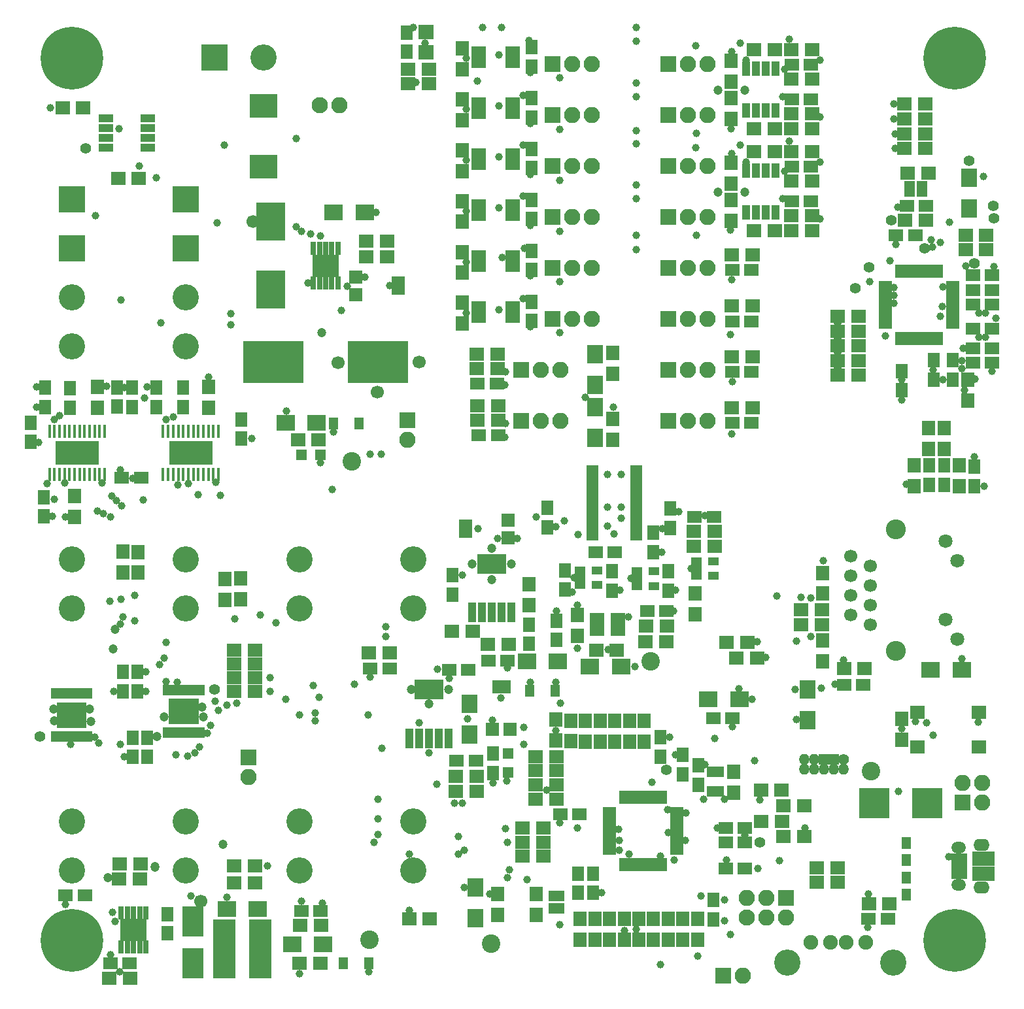
<source format=gts>
G04 #@! TF.GenerationSoftware,KiCad,Pcbnew,(5.0.0)*
G04 #@! TF.CreationDate,2018-10-14T16:13:10-02:30*
G04 #@! TF.ProjectId,node,6E6F64652E6B696361645F7063620000,rev?*
G04 #@! TF.SameCoordinates,Original*
G04 #@! TF.FileFunction,Soldermask,Top*
G04 #@! TF.FilePolarity,Negative*
%FSLAX46Y46*%
G04 Gerber Fmt 4.6, Leading zero omitted, Abs format (unit mm)*
G04 Created by KiCad (PCBNEW (5.0.0)) date 10/14/18 16:13:10*
%MOMM*%
%LPD*%
G01*
G04 APERTURE LIST*
%ADD10C,3.400000*%
%ADD11R,2.100000X2.100000*%
%ADD12O,2.100000X2.100000*%
%ADD13R,1.650000X1.900000*%
%ADD14R,1.900000X1.650000*%
%ADD15R,1.900000X1.700000*%
%ADD16R,1.000000X1.950000*%
%ADD17R,1.700000X1.900000*%
%ADD18R,1.850000X0.850000*%
%ADD19R,2.400000X2.000000*%
%ADD20R,3.700000X4.900000*%
%ADD21R,2.400000X2.100000*%
%ADD22R,1.300000X1.600000*%
%ADD23R,1.400000X1.400000*%
%ADD24R,2.100000X2.400000*%
%ADD25R,3.900000X3.900000*%
%ADD26C,2.100000*%
%ADD27R,2.050000X0.800000*%
%ADD28O,1.900000X1.500000*%
%ADD29O,2.100000X1.600000*%
%ADD30R,2.900000X1.830000*%
%ADD31R,7.900000X5.400000*%
%ADD32R,3.600000X3.100000*%
%ADD33R,0.650000X1.700000*%
%ADD34R,1.700000X0.650000*%
%ADD35R,0.900000X0.900000*%
%ADD36R,3.400000X3.000000*%
%ADD37R,0.750000X1.750000*%
%ADD38R,1.000000X2.600000*%
%ADD39R,3.850000X2.550000*%
%ADD40R,1.460000X1.050000*%
%ADD41R,1.960000X1.050000*%
%ADD42R,0.850000X1.450000*%
%ADD43R,1.295000X1.870000*%
%ADD44R,0.800000X1.900000*%
%ADD45C,1.400000*%
%ADD46O,1.400000X1.400000*%
%ADD47R,1.700000X1.700000*%
%ADD48R,1.700000X2.400000*%
%ADD49R,1.400000X1.100000*%
%ADD50R,2.200000X1.400000*%
%ADD51R,1.100000X1.400000*%
%ADD52C,8.100000*%
%ADD53C,1.100000*%
%ADD54R,3.400000X3.400000*%
%ADD55R,0.440000X1.740000*%
%ADD56R,5.660000X3.150000*%
%ADD57R,1.500000X0.700000*%
%ADD58C,1.700000*%
%ADD59C,2.584400*%
%ADD60C,1.808000*%
%ADD61R,3.000000X7.700000*%
%ADD62R,2.700000X3.900000*%
%ADD63R,2.400000X1.700000*%
%ADD64R,1.950000X1.700000*%
%ADD65R,1.950000X1.000000*%
%ADD66C,1.901140*%
%ADD67C,3.399740*%
%ADD68C,2.400000*%
%ADD69C,1.000000*%
%ADD70C,1.200000*%
G04 APERTURE END LIST*
D10*
G04 #@! TO.C,J1502*
X35770000Y-71325000D03*
X35770000Y-77675000D03*
G04 #@! TD*
G04 #@! TO.C,J1507*
X35770000Y-105295000D03*
X35770000Y-111645000D03*
G04 #@! TD*
D11*
G04 #@! TO.C,J303*
X90683080Y-125227080D03*
D12*
X93223080Y-125227080D03*
G04 #@! TD*
D10*
G04 #@! TO.C,J1506*
X21040000Y-105295000D03*
X21040000Y-111645000D03*
G04 #@! TD*
D13*
G04 #@! TO.C,C904*
X83800000Y-67250000D03*
X83800000Y-64750000D03*
G04 #@! TD*
D14*
G04 #@! TO.C,C1003*
X102050000Y-20400000D03*
X99550000Y-20400000D03*
G04 #@! TD*
G04 #@! TO.C,C1004*
X102050000Y-24900000D03*
X99550000Y-24900000D03*
G04 #@! TD*
D15*
G04 #@! TO.C,R1015*
X99450000Y-18500000D03*
X102150000Y-18500000D03*
G04 #@! TD*
D16*
G04 #@! TO.C,U1002*
X97405000Y-20950000D03*
X96135000Y-20950000D03*
X94865000Y-20950000D03*
X93595000Y-20950000D03*
X93595000Y-26350000D03*
X94865000Y-26350000D03*
X96135000Y-26350000D03*
X97405000Y-26350000D03*
G04 #@! TD*
D15*
G04 #@! TO.C,R1020*
X97350000Y-28700000D03*
X94650000Y-28700000D03*
G04 #@! TD*
G04 #@! TO.C,R1024*
X102150000Y-26800000D03*
X99450000Y-26800000D03*
G04 #@! TD*
G04 #@! TO.C,R1019*
X97350000Y-18500000D03*
X94650000Y-18500000D03*
G04 #@! TD*
G04 #@! TO.C,R1023*
X102150000Y-22300000D03*
X99450000Y-22300000D03*
G04 #@! TD*
G04 #@! TO.C,R1016*
X99450000Y-28700000D03*
X102150000Y-28700000D03*
G04 #@! TD*
D11*
G04 #@! TO.C,J1004*
X83560000Y-26950000D03*
D12*
X86100000Y-26950000D03*
X88640000Y-26950000D03*
G04 #@! TD*
D11*
G04 #@! TO.C,J1003*
X83560000Y-20350000D03*
D12*
X86100000Y-20350000D03*
X88640000Y-20350000D03*
G04 #@! TD*
D17*
G04 #@! TO.C,R1004*
X91700000Y-24750000D03*
X91700000Y-27450000D03*
G04 #@! TD*
G04 #@! TO.C,R1003*
X91700000Y-22650000D03*
X91700000Y-19950000D03*
G04 #@! TD*
D13*
G04 #@! TO.C,C1802*
X65830000Y-40440000D03*
X65830000Y-37940000D03*
G04 #@! TD*
G04 #@! TO.C,C1709*
X65830000Y-33840000D03*
X65830000Y-31340000D03*
G04 #@! TD*
G04 #@! TO.C,C1602*
X65830000Y-27240000D03*
X65830000Y-24740000D03*
G04 #@! TD*
G04 #@! TO.C,C1519*
X65830000Y-20640000D03*
X65830000Y-18140000D03*
G04 #@! TD*
D17*
G04 #@! TO.C,R1804*
X56910000Y-38080000D03*
X56910000Y-40780000D03*
G04 #@! TD*
G04 #@! TO.C,R1706*
X56910000Y-31480000D03*
X56910000Y-34180000D03*
G04 #@! TD*
G04 #@! TO.C,R1604*
X56910000Y-24880000D03*
X56910000Y-27580000D03*
G04 #@! TD*
G04 #@! TO.C,R1513*
X56910000Y-18280000D03*
X56910000Y-20980000D03*
G04 #@! TD*
D18*
G04 #@! TO.C,U1801*
X63390000Y-40225000D03*
X63390000Y-39575000D03*
X63390000Y-38925000D03*
X63390000Y-38275000D03*
X58990000Y-38275000D03*
X58990000Y-38925000D03*
X58990000Y-39575000D03*
X58990000Y-40225000D03*
G04 #@! TD*
G04 #@! TO.C,U1702*
X63390000Y-33625000D03*
X63390000Y-32975000D03*
X63390000Y-32325000D03*
X63390000Y-31675000D03*
X58990000Y-31675000D03*
X58990000Y-32325000D03*
X58990000Y-32975000D03*
X58990000Y-33625000D03*
G04 #@! TD*
G04 #@! TO.C,U1601*
X63390000Y-27025000D03*
X63390000Y-26375000D03*
X63390000Y-25725000D03*
X63390000Y-25075000D03*
X58990000Y-25075000D03*
X58990000Y-25725000D03*
X58990000Y-26375000D03*
X58990000Y-27025000D03*
G04 #@! TD*
G04 #@! TO.C,U1508*
X63390000Y-20425000D03*
X63390000Y-19775000D03*
X63390000Y-19125000D03*
X63390000Y-18475000D03*
X58990000Y-18475000D03*
X58990000Y-19125000D03*
X58990000Y-19775000D03*
X58990000Y-20425000D03*
G04 #@! TD*
D11*
G04 #@! TO.C,J1206*
X68590000Y-40150000D03*
D12*
X71130000Y-40150000D03*
X73670000Y-40150000D03*
G04 #@! TD*
D11*
G04 #@! TO.C,J1205*
X68590000Y-33550000D03*
D12*
X71130000Y-33550000D03*
X73670000Y-33550000D03*
G04 #@! TD*
D11*
G04 #@! TO.C,J1204*
X68590000Y-26950000D03*
D12*
X71130000Y-26950000D03*
X73670000Y-26950000D03*
G04 #@! TD*
D11*
G04 #@! TO.C,J1203*
X68590000Y-20350000D03*
D12*
X71130000Y-20350000D03*
X73670000Y-20350000D03*
G04 #@! TD*
D18*
G04 #@! TO.C,U1401*
X63390000Y-13825000D03*
X63390000Y-13175000D03*
X63390000Y-12525000D03*
X63390000Y-11875000D03*
X58990000Y-11875000D03*
X58990000Y-12525000D03*
X58990000Y-13175000D03*
X58990000Y-13825000D03*
G04 #@! TD*
D17*
G04 #@! TO.C,R1404*
X56910000Y-11680000D03*
X56910000Y-14380000D03*
G04 #@! TD*
D11*
G04 #@! TO.C,J1202*
X68590000Y-13750000D03*
D12*
X71130000Y-13750000D03*
X73670000Y-13750000D03*
G04 #@! TD*
D13*
G04 #@! TO.C,C1402*
X65830000Y-14040000D03*
X65830000Y-11540000D03*
G04 #@! TD*
D14*
G04 #@! TO.C,C211*
X123000000Y-38300000D03*
X125500000Y-38300000D03*
G04 #@! TD*
G04 #@! TO.C,C202*
X113050000Y-29350000D03*
X115550000Y-29350000D03*
G04 #@! TD*
G04 #@! TO.C,C203*
X114450000Y-25550000D03*
X116950000Y-25550000D03*
G04 #@! TD*
G04 #@! TO.C,C205*
X108800000Y-87550000D03*
X106300000Y-87550000D03*
G04 #@! TD*
D13*
G04 #@! TO.C,C207*
X117350000Y-59150000D03*
X117350000Y-61650000D03*
G04 #@! TD*
G04 #@! TO.C,C208*
X119250000Y-59150000D03*
X119250000Y-61650000D03*
G04 #@! TD*
G04 #@! TO.C,C209*
X123200000Y-61800000D03*
X123200000Y-59300000D03*
G04 #@! TD*
D14*
G04 #@! TO.C,C210*
X123000000Y-34500000D03*
X125500000Y-34500000D03*
G04 #@! TD*
D13*
G04 #@! TO.C,C218*
X120350000Y-45500000D03*
X120350000Y-48000000D03*
G04 #@! TD*
D14*
G04 #@! TO.C,C219*
X123000000Y-36400000D03*
X125500000Y-36400000D03*
G04 #@! TD*
G04 #@! TO.C,C220*
X123000000Y-41400000D03*
X125500000Y-41400000D03*
G04 #@! TD*
G04 #@! TO.C,C221*
X123000000Y-43950000D03*
X125500000Y-43950000D03*
G04 #@! TD*
D13*
G04 #@! TO.C,C222*
X117900000Y-45500000D03*
X117900000Y-48000000D03*
G04 #@! TD*
G04 #@! TO.C,C223*
X113800000Y-46900000D03*
X113800000Y-49400000D03*
G04 #@! TD*
D14*
G04 #@! TO.C,C224*
X123000000Y-45800000D03*
X125500000Y-45800000D03*
G04 #@! TD*
D19*
G04 #@! TO.C,C401*
X40250000Y-26350000D03*
X44250000Y-26350000D03*
G04 #@! TD*
D14*
G04 #@! TO.C,C503*
X8000000Y-114850000D03*
X5500000Y-114850000D03*
G04 #@! TD*
G04 #@! TO.C,C504*
X13800000Y-123650000D03*
X11300000Y-123650000D03*
G04 #@! TD*
D13*
G04 #@! TO.C,C506*
X18729960Y-119771480D03*
X18729960Y-117271480D03*
G04 #@! TD*
D19*
G04 #@! TO.C,C507*
X30400000Y-116650000D03*
X26400000Y-116650000D03*
G04 #@! TD*
D13*
G04 #@! TO.C,C601*
X55631080Y-75875200D03*
X55631080Y-73375200D03*
G04 #@! TD*
G04 #@! TO.C,C602*
X65506600Y-82255680D03*
X65506600Y-79755680D03*
G04 #@! TD*
D14*
G04 #@! TO.C,C603*
X60243400Y-84399120D03*
X62743400Y-84399120D03*
G04 #@! TD*
D13*
G04 #@! TO.C,C604*
X69088000Y-81768000D03*
X69088000Y-79268000D03*
G04 #@! TD*
D14*
G04 #@! TO.C,C701*
X47462760Y-85468460D03*
X44962760Y-85468460D03*
G04 #@! TD*
G04 #@! TO.C,C702*
X56133680Y-97353120D03*
X58633680Y-97353120D03*
G04 #@! TD*
G04 #@! TO.C,C703*
X57688800Y-85580220D03*
X55188800Y-85580220D03*
G04 #@! TD*
D13*
G04 #@! TO.C,C704*
X60838080Y-96489200D03*
X60838080Y-98989200D03*
G04 #@! TD*
D14*
G04 #@! TO.C,C901*
X74150000Y-70400000D03*
X76650000Y-70400000D03*
G04 #@! TD*
D13*
G04 #@! TO.C,C902*
X81600000Y-67850000D03*
X81600000Y-70350000D03*
G04 #@! TD*
G04 #@! TO.C,C903*
X67871680Y-64623000D03*
X67871680Y-67123000D03*
G04 #@! TD*
D14*
G04 #@! TO.C,C905*
X86950000Y-65800000D03*
X89450000Y-65800000D03*
G04 #@! TD*
D13*
G04 #@! TO.C,C906*
X70215760Y-72747820D03*
X70215760Y-75247820D03*
G04 #@! TD*
D14*
G04 #@! TO.C,C907*
X80817840Y-77973000D03*
X83317840Y-77973000D03*
G04 #@! TD*
D13*
G04 #@! TO.C,C908*
X76300000Y-72850000D03*
X76300000Y-75350000D03*
G04 #@! TD*
G04 #@! TO.C,C909*
X83600000Y-75350000D03*
X83600000Y-72850000D03*
G04 #@! TD*
D14*
G04 #@! TO.C,C1001*
X102050000Y-7200000D03*
X99550000Y-7200000D03*
G04 #@! TD*
G04 #@! TO.C,C1002*
X102050000Y-11700000D03*
X99550000Y-11700000D03*
G04 #@! TD*
G04 #@! TO.C,C1101*
X58850000Y-48500000D03*
X61350000Y-48500000D03*
G04 #@! TD*
G04 #@! TO.C,C1102*
X59050000Y-55200000D03*
X61550000Y-55200000D03*
G04 #@! TD*
D13*
G04 #@! TO.C,C1201*
X49700000Y-3050000D03*
X49700000Y-5550000D03*
G04 #@! TD*
D14*
G04 #@! TO.C,C1301*
X94350000Y-33800000D03*
X91850000Y-33800000D03*
G04 #@! TD*
G04 #@! TO.C,C1302*
X94350000Y-40500000D03*
X91850000Y-40500000D03*
G04 #@! TD*
G04 #@! TO.C,C1303*
X94350000Y-47000000D03*
X91850000Y-47000000D03*
G04 #@! TD*
G04 #@! TO.C,C1304*
X94350000Y-53600000D03*
X91850000Y-53600000D03*
G04 #@! TD*
D13*
G04 #@! TO.C,C1306*
X65830000Y-7440000D03*
X65830000Y-4940000D03*
G04 #@! TD*
G04 #@! TO.C,C1502*
X14800000Y-88400000D03*
X14800000Y-85900000D03*
G04 #@! TD*
G04 #@! TO.C,C1503*
X12950000Y-88400000D03*
X12950000Y-85900000D03*
G04 #@! TD*
G04 #@! TO.C,C1505*
X14200000Y-94400000D03*
X14200000Y-96900000D03*
G04 #@! TD*
G04 #@! TO.C,C1506*
X16100000Y-94400000D03*
X16100000Y-96900000D03*
G04 #@! TD*
G04 #@! TO.C,C1507*
X17230000Y-49050000D03*
X17230000Y-51550000D03*
G04 #@! TD*
G04 #@! TO.C,C1508*
X14127480Y-49054700D03*
X14127480Y-51554700D03*
G04 #@! TD*
G04 #@! TO.C,C1509*
X2890000Y-49050000D03*
X2890000Y-51550000D03*
G04 #@! TD*
G04 #@! TO.C,C1510*
X1016000Y-56114000D03*
X1016000Y-53614000D03*
G04 #@! TD*
G04 #@! TO.C,C1511*
X20750000Y-51550000D03*
X20750000Y-49050000D03*
G04 #@! TD*
D14*
G04 #@! TO.C,C1512*
X12800000Y-60700000D03*
X15300000Y-60700000D03*
G04 #@! TD*
D13*
G04 #@! TO.C,C1513*
X28239720Y-55672040D03*
X28239720Y-53172040D03*
G04 #@! TD*
G04 #@! TO.C,C1514*
X6106160Y-51648680D03*
X6106160Y-49148680D03*
G04 #@! TD*
G04 #@! TO.C,C1515*
X2670000Y-65750000D03*
X2670000Y-63250000D03*
G04 #@! TD*
G04 #@! TO.C,C1516*
X12192000Y-49042000D03*
X12192000Y-51542000D03*
G04 #@! TD*
D14*
G04 #@! TO.C,C1707*
X93500000Y-107950000D03*
X91000000Y-107950000D03*
G04 #@! TD*
D20*
G04 #@! TO.C,D401*
X32100000Y-36350000D03*
X32100000Y-27550000D03*
G04 #@! TD*
D21*
G04 #@! TO.C,D402*
X38050000Y-53600000D03*
X34050000Y-53600000D03*
G04 #@! TD*
D22*
G04 #@! TO.C,D403*
X43550000Y-53700000D03*
X40250000Y-53700000D03*
G04 #@! TD*
D23*
G04 #@! TO.C,D404*
X36050000Y-57750000D03*
X38550000Y-57750000D03*
G04 #@! TD*
D21*
G04 #@! TO.C,D502*
X34900000Y-121200000D03*
X38900000Y-121200000D03*
G04 #@! TD*
D22*
G04 #@! TO.C,D503*
X41460960Y-123634760D03*
X44760960Y-123634760D03*
G04 #@! TD*
D21*
G04 #@! TO.C,D601*
X77438000Y-85217000D03*
X73438000Y-85217000D03*
G04 #@! TD*
D22*
G04 #@! TO.C,D602*
X68949840Y-88300560D03*
X65649840Y-88300560D03*
G04 #@! TD*
D24*
G04 #@! TO.C,D701*
X58552080Y-117824000D03*
X58552080Y-113824000D03*
G04 #@! TD*
D23*
G04 #@! TO.C,D702*
X62829440Y-96448560D03*
X62829440Y-98948560D03*
G04 #@! TD*
D24*
G04 #@! TO.C,F1101*
X74100000Y-48750000D03*
X74100000Y-44750000D03*
G04 #@! TD*
G04 #@! TO.C,F1102*
X74100000Y-51600000D03*
X74100000Y-55600000D03*
G04 #@! TD*
D25*
G04 #@! TO.C,F1601*
X110250000Y-102900000D03*
X117050000Y-102900000D03*
G04 #@! TD*
D26*
G04 #@! TO.C,J302*
X38410000Y-12450000D03*
D12*
X40950000Y-12450000D03*
G04 #@! TD*
D26*
G04 #@! TO.C,J1601*
X93726000Y-117729000D03*
D12*
X93726000Y-115189000D03*
X96266000Y-117729000D03*
X96266000Y-115189000D03*
X98806000Y-117729000D03*
D11*
X98806000Y-115189000D03*
G04 #@! TD*
D27*
G04 #@! TO.C,J1602*
X121270000Y-112380000D03*
X121270000Y-111730000D03*
X121270000Y-111080000D03*
X121270000Y-110430000D03*
X121270000Y-109780000D03*
D28*
X121150000Y-113500000D03*
X121150000Y-108660000D03*
D29*
X124150000Y-113810000D03*
X124150000Y-108350000D03*
D30*
X124390000Y-112040000D03*
X124390000Y-110120000D03*
G04 #@! TD*
D24*
G04 #@! TO.C,L201*
X101600000Y-92170000D03*
X101600000Y-88170000D03*
G04 #@! TD*
D31*
G04 #@! TO.C,L401*
X32450000Y-45775000D03*
X45950000Y-45775000D03*
G04 #@! TD*
D21*
G04 #@! TO.C,L601*
X65294760Y-84526120D03*
X69294760Y-84526120D03*
G04 #@! TD*
D24*
G04 #@! TO.C,L701*
X57807860Y-90006420D03*
X57807860Y-94006420D03*
G04 #@! TD*
D15*
G04 #@! TO.C,R202*
X116950000Y-27400000D03*
X114250000Y-27400000D03*
G04 #@! TD*
G04 #@! TO.C,R203*
X117250000Y-21250000D03*
X114550000Y-21250000D03*
G04 #@! TD*
G04 #@! TO.C,R204*
X109000000Y-85450000D03*
X106300000Y-85450000D03*
G04 #@! TD*
D17*
G04 #@! TO.C,R205*
X103550000Y-84550000D03*
X103550000Y-81850000D03*
G04 #@! TD*
G04 #@! TO.C,R206*
X103550000Y-73050000D03*
X103550000Y-75750000D03*
G04 #@! TD*
D15*
G04 #@! TO.C,R207*
X103450000Y-79750000D03*
X100750000Y-79750000D03*
G04 #@! TD*
G04 #@! TO.C,R208*
X103450000Y-77800000D03*
X100750000Y-77800000D03*
G04 #@! TD*
G04 #@! TO.C,R209*
X124750000Y-29300000D03*
X122050000Y-29300000D03*
G04 #@! TD*
G04 #@! TO.C,R210*
X92376000Y-84074000D03*
X95076000Y-84074000D03*
G04 #@! TD*
G04 #@! TO.C,R211*
X122050000Y-31200000D03*
X124750000Y-31200000D03*
G04 #@! TD*
D17*
G04 #@! TO.C,R212*
X115400000Y-59150000D03*
X115400000Y-61850000D03*
G04 #@! TD*
G04 #@! TO.C,R213*
X121250000Y-59150000D03*
X121250000Y-61850000D03*
G04 #@! TD*
D15*
G04 #@! TO.C,R214*
X116868000Y-18077000D03*
X114168000Y-18077000D03*
G04 #@! TD*
G04 #@! TO.C,R215*
X108192800Y-41743320D03*
X105492800Y-41743320D03*
G04 #@! TD*
G04 #@! TO.C,R216*
X116868000Y-16177000D03*
X114168000Y-16177000D03*
G04 #@! TD*
G04 #@! TO.C,R217*
X108192800Y-39843320D03*
X105492800Y-39843320D03*
G04 #@! TD*
G04 #@! TO.C,R218*
X116868000Y-14277000D03*
X114168000Y-14277000D03*
G04 #@! TD*
G04 #@! TO.C,R219*
X91106000Y-82042000D03*
X93806000Y-82042000D03*
G04 #@! TD*
D17*
G04 #@! TO.C,R220*
X119250000Y-57000000D03*
X119250000Y-54300000D03*
G04 #@! TD*
D15*
G04 #@! TO.C,R221*
X114168000Y-12327000D03*
X116868000Y-12327000D03*
G04 #@! TD*
G04 #@! TO.C,R222*
X105492800Y-47443320D03*
X108192800Y-47443320D03*
G04 #@! TD*
G04 #@! TO.C,R223*
X105492800Y-45543320D03*
X108192800Y-45543320D03*
G04 #@! TD*
G04 #@! TO.C,R224*
X105492800Y-43643320D03*
X108192800Y-43643320D03*
G04 #@! TD*
D17*
G04 #@! TO.C,R225*
X117300000Y-57000000D03*
X117300000Y-54300000D03*
G04 #@! TD*
G04 #@! TO.C,R228*
X122300000Y-48000000D03*
X122300000Y-50700000D03*
G04 #@! TD*
D32*
G04 #@! TO.C,R301*
X31175000Y-20425000D03*
X31175000Y-12525000D03*
G04 #@! TD*
D15*
G04 #@! TO.C,R405*
X47180000Y-30100000D03*
X44480000Y-30100000D03*
G04 #@! TD*
G04 #@! TO.C,R406*
X38300000Y-55800000D03*
X35600000Y-55800000D03*
G04 #@! TD*
G04 #@! TO.C,R503*
X12434580Y-112727740D03*
X15134580Y-112727740D03*
G04 #@! TD*
G04 #@! TO.C,R504*
X13850000Y-125600000D03*
X11150000Y-125600000D03*
G04 #@! TD*
G04 #@! TO.C,R505*
X30041840Y-113223040D03*
X27341840Y-113223040D03*
G04 #@! TD*
G04 #@! TO.C,R507*
X38550000Y-123600000D03*
X35850000Y-123600000D03*
G04 #@! TD*
G04 #@! TO.C,R601*
X58246000Y-80645000D03*
X55546000Y-80645000D03*
G04 #@! TD*
G04 #@! TO.C,R602*
X60173880Y-82296000D03*
X62873880Y-82296000D03*
G04 #@! TD*
G04 #@! TO.C,R701*
X47506880Y-83428840D03*
X44806880Y-83428840D03*
G04 #@! TD*
G04 #@! TO.C,R702*
X56074320Y-99395280D03*
X58774320Y-99395280D03*
G04 #@! TD*
G04 #@! TO.C,R704*
X52698640Y-117896640D03*
X49998640Y-117896640D03*
G04 #@! TD*
D17*
G04 #@! TO.C,R901*
X71755000Y-81233000D03*
X71755000Y-78533000D03*
G04 #@! TD*
D15*
G04 #@! TO.C,R902*
X86850000Y-69600000D03*
X89550000Y-69600000D03*
G04 #@! TD*
G04 #@! TO.C,R903*
X74215000Y-83058000D03*
X76915000Y-83058000D03*
G04 #@! TD*
G04 #@! TO.C,R904*
X86850000Y-67700000D03*
X89550000Y-67700000D03*
G04 #@! TD*
G04 #@! TO.C,R905*
X83367840Y-79973000D03*
X80667840Y-79973000D03*
G04 #@! TD*
G04 #@! TO.C,R906*
X83317840Y-81973000D03*
X80617840Y-81973000D03*
G04 #@! TD*
D17*
G04 #@! TO.C,R1001*
X91700000Y-9450000D03*
X91700000Y-6750000D03*
G04 #@! TD*
G04 #@! TO.C,R1002*
X91700000Y-11550000D03*
X91700000Y-14250000D03*
G04 #@! TD*
D15*
G04 #@! TO.C,R1013*
X99450000Y-5300000D03*
X102150000Y-5300000D03*
G04 #@! TD*
G04 #@! TO.C,R1014*
X99450000Y-15500000D03*
X102150000Y-15500000D03*
G04 #@! TD*
G04 #@! TO.C,R1017*
X97350000Y-5300000D03*
X94650000Y-5300000D03*
G04 #@! TD*
G04 #@! TO.C,R1018*
X97350000Y-15500000D03*
X94650000Y-15500000D03*
G04 #@! TD*
G04 #@! TO.C,R1021*
X102150000Y-9100000D03*
X99450000Y-9100000D03*
G04 #@! TD*
G04 #@! TO.C,R1022*
X102150000Y-13600000D03*
X99450000Y-13600000D03*
G04 #@! TD*
D17*
G04 #@! TO.C,R1101*
X76400000Y-47250000D03*
X76400000Y-44550000D03*
G04 #@! TD*
G04 #@! TO.C,R1102*
X76400000Y-53150000D03*
X76400000Y-55850000D03*
G04 #@! TD*
D15*
G04 #@! TO.C,R1103*
X61450000Y-44700000D03*
X58750000Y-44700000D03*
G04 #@! TD*
G04 #@! TO.C,R1104*
X58750000Y-46600000D03*
X61450000Y-46600000D03*
G04 #@! TD*
G04 #@! TO.C,R1105*
X61550000Y-51400000D03*
X58850000Y-51400000D03*
G04 #@! TD*
G04 #@! TO.C,R1106*
X58850000Y-53300000D03*
X61550000Y-53300000D03*
G04 #@! TD*
G04 #@! TO.C,R1201*
X49838120Y-7808294D03*
X52538120Y-7808294D03*
G04 #@! TD*
G04 #@! TO.C,R1202*
X52548120Y-9668294D03*
X49848120Y-9668294D03*
G04 #@! TD*
G04 #@! TO.C,R1301*
X94450000Y-31900000D03*
X91750000Y-31900000D03*
G04 #@! TD*
G04 #@! TO.C,R1302*
X94450000Y-38500000D03*
X91750000Y-38500000D03*
G04 #@! TD*
G04 #@! TO.C,R1303*
X94450000Y-45100000D03*
X91750000Y-45100000D03*
G04 #@! TD*
G04 #@! TO.C,R1304*
X94450000Y-51700000D03*
X91750000Y-51700000D03*
G04 #@! TD*
D17*
G04 #@! TO.C,R1308*
X56910000Y-5080000D03*
X56910000Y-7780000D03*
G04 #@! TD*
G04 #@! TO.C,R1501*
X61493400Y-114702600D03*
X61493400Y-117402600D03*
G04 #@! TD*
G04 #@! TO.C,R1503*
X24018240Y-49002960D03*
X24018240Y-51702960D03*
G04 #@! TD*
G04 #@! TO.C,R1504*
X6700000Y-65800000D03*
X6700000Y-63100000D03*
G04 #@! TD*
G04 #@! TO.C,R1505*
X9660000Y-48950000D03*
X9660000Y-51650000D03*
G04 #@! TD*
G04 #@! TO.C,R1701*
X113800000Y-94700000D03*
X113800000Y-92000000D03*
G04 #@! TD*
D33*
G04 #@! TO.C,U201*
X113250000Y-42700000D03*
X113750000Y-42700000D03*
X114250000Y-42700000D03*
X114750000Y-42700000D03*
X115250000Y-42700000D03*
X115750000Y-42700000D03*
X116250000Y-42700000D03*
X116750000Y-42700000D03*
X117250000Y-42700000D03*
X117750000Y-42700000D03*
X118250000Y-42700000D03*
X118750000Y-42700000D03*
D34*
X120350000Y-41100000D03*
X120350000Y-40600000D03*
X120350000Y-40100000D03*
X120350000Y-39600000D03*
X120350000Y-39100000D03*
X120350000Y-38600000D03*
X120350000Y-38100000D03*
X120350000Y-37600000D03*
X120350000Y-37100000D03*
X120350000Y-36600000D03*
X120350000Y-36100000D03*
X120350000Y-35600000D03*
D33*
X118750000Y-34000000D03*
X118250000Y-34000000D03*
X117750000Y-34000000D03*
X117250000Y-34000000D03*
X116750000Y-34000000D03*
X116250000Y-34000000D03*
X115750000Y-34000000D03*
X115250000Y-34000000D03*
X114750000Y-34000000D03*
X114250000Y-34000000D03*
X113750000Y-34000000D03*
X113250000Y-34000000D03*
D34*
X111650000Y-35600000D03*
X111650000Y-36100000D03*
X111650000Y-36600000D03*
X111650000Y-37100000D03*
X111650000Y-37600000D03*
X111650000Y-38100000D03*
X111650000Y-38600000D03*
X111650000Y-39100000D03*
X111650000Y-39600000D03*
X111650000Y-40100000D03*
X111650000Y-40600000D03*
X111650000Y-41100000D03*
G04 #@! TD*
D35*
G04 #@! TO.C,U401*
X39200000Y-33275000D03*
X38450000Y-34025000D03*
X39950000Y-34025000D03*
X39950000Y-32525000D03*
X38450000Y-32525000D03*
D36*
X39200000Y-33275000D03*
D37*
X39200000Y-31050000D03*
X40800000Y-31050000D03*
X40000000Y-31050000D03*
X38400000Y-31050000D03*
X37600000Y-31050000D03*
X37600000Y-35500000D03*
X38400000Y-35500000D03*
X39200000Y-35500000D03*
X40000000Y-35500000D03*
X40800000Y-35500000D03*
G04 #@! TD*
D35*
G04 #@! TO.C,U501*
X14325600Y-119331740D03*
X13575600Y-120081740D03*
X15075600Y-120081740D03*
X15075600Y-118581740D03*
X13575600Y-118581740D03*
D36*
X14325600Y-119331740D03*
D37*
X14325600Y-117106740D03*
X15925600Y-117106740D03*
X15125600Y-117106740D03*
X13525600Y-117106740D03*
X12725600Y-117106740D03*
X12725600Y-121556740D03*
X13525600Y-121556740D03*
X14325600Y-121556740D03*
X15125600Y-121556740D03*
X15925600Y-121556740D03*
G04 #@! TD*
D38*
G04 #@! TO.C,U601*
X61991680Y-78210500D03*
X59451680Y-78210500D03*
D39*
X60721680Y-71910500D03*
D38*
X60721680Y-78210500D03*
X63261680Y-78210500D03*
X58181680Y-78210500D03*
G04 #@! TD*
G04 #@! TO.C,U701*
X53870000Y-94487500D03*
X51330000Y-94487500D03*
D39*
X52600000Y-88187500D03*
D38*
X52600000Y-94487500D03*
X55140000Y-94487500D03*
X50060000Y-94487500D03*
G04 #@! TD*
D40*
G04 #@! TO.C,U902*
X87200000Y-71550000D03*
X87200000Y-72500000D03*
X87200000Y-73450000D03*
X89400000Y-73450000D03*
X89400000Y-71550000D03*
G04 #@! TD*
D41*
G04 #@! TO.C,U903*
X74342000Y-78806000D03*
X74342000Y-79756000D03*
X74342000Y-80706000D03*
X77042000Y-80706000D03*
X77042000Y-78806000D03*
X77042000Y-79756000D03*
G04 #@! TD*
D40*
G04 #@! TO.C,U904*
X79500000Y-72850000D03*
X79500000Y-73800000D03*
X79500000Y-74750000D03*
X81700000Y-74750000D03*
X81700000Y-72850000D03*
G04 #@! TD*
G04 #@! TO.C,U905*
X72100000Y-72750000D03*
X72100000Y-73700000D03*
X72100000Y-74650000D03*
X74300000Y-74650000D03*
X74300000Y-72750000D03*
G04 #@! TD*
D16*
G04 #@! TO.C,U1001*
X97405000Y-7750000D03*
X96135000Y-7750000D03*
X94865000Y-7750000D03*
X93595000Y-7750000D03*
X93595000Y-13150000D03*
X94865000Y-13150000D03*
X96135000Y-13150000D03*
X97405000Y-13150000D03*
G04 #@! TD*
D18*
G04 #@! TO.C,U1301*
X63390000Y-7225000D03*
X63390000Y-6575000D03*
X63390000Y-5925000D03*
X63390000Y-5275000D03*
X58990000Y-5275000D03*
X58990000Y-5925000D03*
X58990000Y-6575000D03*
X58990000Y-7225000D03*
G04 #@! TD*
D42*
G04 #@! TO.C,U1501*
X8585000Y-88710000D03*
X7935000Y-88710000D03*
X7285000Y-88710000D03*
X6635000Y-88710000D03*
X5985000Y-88710000D03*
X5335000Y-88710000D03*
X4685000Y-88710000D03*
X4035000Y-88710000D03*
X4035000Y-94260000D03*
X4685000Y-94260000D03*
X5335000Y-94260000D03*
X5985000Y-94260000D03*
X6635000Y-94260000D03*
X7285000Y-94260000D03*
X7935000Y-94260000D03*
X8585000Y-94260000D03*
D43*
X4967500Y-92220000D03*
X5862500Y-92220000D03*
X6757500Y-92220000D03*
X7652500Y-92220000D03*
X4967500Y-90750000D03*
X5862500Y-90750000D03*
X6757500Y-90750000D03*
X7652500Y-90750000D03*
G04 #@! TD*
D42*
G04 #@! TO.C,U1502*
X18572500Y-93760000D03*
X19222500Y-93760000D03*
X19872500Y-93760000D03*
X20522500Y-93760000D03*
X21172500Y-93760000D03*
X21822500Y-93760000D03*
X22472500Y-93760000D03*
X23122500Y-93760000D03*
X23122500Y-88210000D03*
X22472500Y-88210000D03*
X21822500Y-88210000D03*
X21172500Y-88210000D03*
X20522500Y-88210000D03*
X19872500Y-88210000D03*
X19222500Y-88210000D03*
X18572500Y-88210000D03*
D43*
X22190000Y-90250000D03*
X21295000Y-90250000D03*
X20400000Y-90250000D03*
X19505000Y-90250000D03*
X22190000Y-91720000D03*
X21295000Y-91720000D03*
X20400000Y-91720000D03*
X19505000Y-91720000D03*
G04 #@! TD*
D33*
G04 #@! TO.C,U1701*
X83050000Y-102150000D03*
X82550000Y-102150000D03*
X82050000Y-102150000D03*
X81550000Y-102150000D03*
X81050000Y-102150000D03*
X80550000Y-102150000D03*
X80050000Y-102150000D03*
X79550000Y-102150000D03*
X79050000Y-102150000D03*
X78550000Y-102150000D03*
X78050000Y-102150000D03*
X77550000Y-102150000D03*
D34*
X75950000Y-103750000D03*
X75950000Y-104250000D03*
X75950000Y-104750000D03*
X75950000Y-105250000D03*
X75950000Y-105750000D03*
X75950000Y-106250000D03*
X75950000Y-106750000D03*
X75950000Y-107250000D03*
X75950000Y-107750000D03*
X75950000Y-108250000D03*
X75950000Y-108750000D03*
X75950000Y-109250000D03*
D33*
X77550000Y-110850000D03*
X78050000Y-110850000D03*
X78550000Y-110850000D03*
X79050000Y-110850000D03*
X79550000Y-110850000D03*
X80050000Y-110850000D03*
X80550000Y-110850000D03*
X81050000Y-110850000D03*
X81550000Y-110850000D03*
X82050000Y-110850000D03*
X82550000Y-110850000D03*
X83050000Y-110850000D03*
D34*
X84650000Y-109250000D03*
X84650000Y-108750000D03*
X84650000Y-108250000D03*
X84650000Y-107750000D03*
X84650000Y-107250000D03*
X84650000Y-106750000D03*
X84650000Y-106250000D03*
X84650000Y-105750000D03*
X84650000Y-105250000D03*
X84650000Y-104750000D03*
X84650000Y-104250000D03*
X84650000Y-103750000D03*
G04 #@! TD*
D22*
G04 #@! TO.C,VR1601*
X114360960Y-110279360D03*
X114360960Y-108079360D03*
G04 #@! TD*
G04 #@! TO.C,VR1602*
X114386360Y-112575160D03*
X114386360Y-114775160D03*
G04 #@! TD*
D44*
G04 #@! TO.C,U1201*
X51550000Y-5630000D03*
X52200000Y-5630000D03*
X52850000Y-5630000D03*
X52850000Y-2970000D03*
X52200000Y-2970000D03*
X51550000Y-2970000D03*
G04 #@! TD*
D13*
G04 #@! TO.C,C2301*
X87435900Y-100515860D03*
X87435900Y-98015860D03*
G04 #@! TD*
G04 #@! TO.C,C2302*
X89408000Y-115463000D03*
X89408000Y-117963000D03*
G04 #@! TD*
G04 #@! TO.C,C2303*
X71900000Y-112000000D03*
X71900000Y-114500000D03*
G04 #@! TD*
D14*
G04 #@! TO.C,C2304*
X72049960Y-104373680D03*
X69549960Y-104373680D03*
G04 #@! TD*
G04 #@! TO.C,C2305*
X91007880Y-111368840D03*
X93507880Y-111368840D03*
G04 #@! TD*
D13*
G04 #@! TO.C,C2306*
X85435900Y-99165860D03*
X85435900Y-96665860D03*
G04 #@! TD*
G04 #@! TO.C,C2307*
X73800000Y-112000000D03*
X73800000Y-114500000D03*
G04 #@! TD*
D14*
G04 #@! TO.C,C2308*
X91000000Y-106100000D03*
X93500000Y-106100000D03*
G04 #@! TD*
G04 #@! TO.C,C2309*
X89387360Y-91866720D03*
X91887360Y-91866720D03*
G04 #@! TD*
D13*
G04 #@! TO.C,C2310*
X82550000Y-96881000D03*
X82550000Y-94381000D03*
G04 #@! TD*
D45*
G04 #@! TO.C,J2201*
X106290000Y-97230000D03*
D46*
X106290000Y-98500000D03*
D23*
X105020000Y-97230000D03*
D46*
X105020000Y-98500000D03*
D23*
X103750000Y-97230000D03*
D46*
X103750000Y-98500000D03*
X102480000Y-97230000D03*
X102480000Y-98500000D03*
X101210000Y-97230000D03*
X101210000Y-98500000D03*
G04 #@! TD*
D21*
G04 #@! TO.C,L2301*
X88749120Y-89435940D03*
X92749120Y-89435940D03*
G04 #@! TD*
D24*
G04 #@! TO.C,R201*
X122500000Y-25850000D03*
X122500000Y-21850000D03*
G04 #@! TD*
D15*
G04 #@! TO.C,R401*
X44480000Y-32100000D03*
X47180000Y-32100000D03*
G04 #@! TD*
G04 #@! TO.C,R508*
X27362160Y-111008160D03*
X30062160Y-111008160D03*
G04 #@! TD*
D17*
G04 #@! TO.C,R2301*
X92024200Y-98799660D03*
X92024200Y-101499660D03*
G04 #@! TD*
G04 #@! TO.C,R2302*
X66500000Y-117400000D03*
X66500000Y-114700000D03*
G04 #@! TD*
D15*
G04 #@! TO.C,R2307*
X98500000Y-107200000D03*
X101200000Y-107200000D03*
G04 #@! TD*
D47*
G04 #@! TO.C,VR401*
X43130000Y-37025000D03*
X43130000Y-34725000D03*
D48*
X48630000Y-35875000D03*
G04 #@! TD*
D49*
G04 #@! TO.C,Y201*
X116400000Y-22800000D03*
X114800000Y-23800000D03*
X116400000Y-23800000D03*
X114800000Y-22800000D03*
G04 #@! TD*
D50*
G04 #@! TO.C,Y2301*
X89635900Y-101365860D03*
X89635900Y-98865860D03*
G04 #@! TD*
D51*
G04 #@! TO.C,Y2302*
X69600000Y-116500000D03*
X68600000Y-114900000D03*
X68600000Y-116500000D03*
X69600000Y-114900000D03*
G04 #@! TD*
D14*
G04 #@! TO.C,C2201*
X111994000Y-117856000D03*
X109494000Y-117856000D03*
G04 #@! TD*
D15*
G04 #@! TO.C,R2201*
X112221000Y-115951000D03*
X109521000Y-115951000D03*
G04 #@! TD*
G04 #@! TO.C,R2309*
X67395080Y-109733080D03*
X64695080Y-109733080D03*
G04 #@! TD*
G04 #@! TO.C,R2310*
X67350000Y-106150000D03*
X64650000Y-106150000D03*
G04 #@! TD*
G04 #@! TO.C,R2311*
X67350000Y-108000000D03*
X64650000Y-108000000D03*
G04 #@! TD*
D17*
G04 #@! TO.C,R2312*
X72850000Y-94900000D03*
X72850000Y-92200000D03*
G04 #@! TD*
G04 #@! TO.C,R2313*
X70972400Y-94888840D03*
X70972400Y-92188840D03*
G04 #@! TD*
G04 #@! TO.C,R2314*
X76650000Y-94900000D03*
X76650000Y-92200000D03*
G04 #@! TD*
G04 #@! TO.C,R2315*
X74750000Y-94900000D03*
X74750000Y-92200000D03*
G04 #@! TD*
D15*
G04 #@! TO.C,R2316*
X69100000Y-98700000D03*
X66400000Y-98700000D03*
G04 #@! TD*
G04 #@! TO.C,R2317*
X69100000Y-102400000D03*
X66400000Y-102400000D03*
G04 #@! TD*
G04 #@! TO.C,R2318*
X69100000Y-96850000D03*
X66400000Y-96850000D03*
G04 #@! TD*
G04 #@! TO.C,R2319*
X69100000Y-100550000D03*
X66400000Y-100550000D03*
G04 #@! TD*
D17*
G04 #@! TO.C,R2320*
X87350000Y-117900000D03*
X87350000Y-120600000D03*
G04 #@! TD*
G04 #@! TO.C,R2321*
X85450000Y-117900000D03*
X85450000Y-120600000D03*
G04 #@! TD*
G04 #@! TO.C,R2322*
X81650000Y-117900000D03*
X81650000Y-120600000D03*
G04 #@! TD*
G04 #@! TO.C,R2323*
X83550000Y-117900000D03*
X83550000Y-120600000D03*
G04 #@! TD*
D15*
G04 #@! TO.C,R2324*
X102790000Y-111252000D03*
X105490000Y-111252000D03*
G04 #@! TD*
G04 #@! TO.C,R2325*
X102790000Y-113157000D03*
X105490000Y-113157000D03*
G04 #@! TD*
G04 #@! TO.C,R2326*
X95600000Y-105250000D03*
X98300000Y-105250000D03*
G04 #@! TD*
G04 #@! TO.C,R2327*
X98472000Y-103251000D03*
X101172000Y-103251000D03*
G04 #@! TD*
G04 #@! TO.C,R2328*
X95551000Y-101219000D03*
X98251000Y-101219000D03*
G04 #@! TD*
D52*
G04 #@! TO.C,MK301*
X120650000Y-120650000D03*
D53*
X117850000Y-120650000D03*
X122629890Y-122629890D03*
X120650000Y-123450000D03*
X118670110Y-122629890D03*
X123450000Y-120650000D03*
X118670110Y-118670110D03*
X120650000Y-117850000D03*
X122629890Y-118670110D03*
G04 #@! TD*
D52*
G04 #@! TO.C,MK302*
X6350000Y-120650000D03*
D53*
X3550000Y-120650000D03*
X8329890Y-122629890D03*
X6350000Y-123450000D03*
X4370110Y-122629890D03*
X9150000Y-120650000D03*
X4370110Y-118670110D03*
X6350000Y-117850000D03*
X8329890Y-118670110D03*
G04 #@! TD*
D52*
G04 #@! TO.C,MK303*
X120650000Y-6350000D03*
D53*
X117850000Y-6350000D03*
X122629890Y-8329890D03*
X120650000Y-9150000D03*
X118670110Y-8329890D03*
X123450000Y-6350000D03*
X118670110Y-4370110D03*
X120650000Y-3550000D03*
X122629890Y-4370110D03*
G04 #@! TD*
D52*
G04 #@! TO.C,MK304*
X6350000Y-6350000D03*
D53*
X3550000Y-6350000D03*
X8329890Y-8329890D03*
X6350000Y-9150000D03*
X4370110Y-8329890D03*
X9150000Y-6350000D03*
X4370110Y-4370110D03*
X6350000Y-3550000D03*
X8329890Y-4370110D03*
G04 #@! TD*
D15*
G04 #@! TO.C,R501*
X15200000Y-110750000D03*
X12500000Y-110750000D03*
G04 #@! TD*
G04 #@! TO.C,R506*
X38600000Y-118750000D03*
X35900000Y-118750000D03*
G04 #@! TD*
D10*
G04 #@! TO.C,J2101*
X6310000Y-37375000D03*
D54*
X6310000Y-31025000D03*
D10*
X6310000Y-43725000D03*
D54*
X6310000Y-24675000D03*
G04 #@! TD*
D10*
G04 #@! TO.C,J2102*
X21040000Y-37375000D03*
D54*
X21040000Y-31025000D03*
D10*
X21040000Y-43725000D03*
D54*
X21040000Y-24675000D03*
G04 #@! TD*
D10*
G04 #@! TO.C,J1503*
X21040000Y-71325000D03*
X21040000Y-77675000D03*
G04 #@! TD*
G04 #@! TO.C,J1501*
X50500000Y-71325000D03*
X50500000Y-77675000D03*
G04 #@! TD*
G04 #@! TO.C,J1504*
X6310000Y-71325000D03*
X6310000Y-77675000D03*
G04 #@! TD*
G04 #@! TO.C,J301*
X31175000Y-6310000D03*
D54*
X24825000Y-6310000D03*
G04 #@! TD*
D10*
G04 #@! TO.C,J1508*
X50500000Y-105295000D03*
X50500000Y-111645000D03*
G04 #@! TD*
G04 #@! TO.C,J1505*
X6310000Y-105295000D03*
X6310000Y-111645000D03*
G04 #@! TD*
D55*
G04 #@! TO.C,U1504*
X18155000Y-60315000D03*
X18805000Y-60315000D03*
X19455000Y-60315000D03*
X20105000Y-60315000D03*
X20755000Y-60315000D03*
X21405000Y-60315000D03*
X22055000Y-60315000D03*
X22705000Y-60315000D03*
X23355000Y-60315000D03*
X24005000Y-60315000D03*
X24655000Y-60315000D03*
X25305000Y-60315000D03*
X25305000Y-54715000D03*
X24655000Y-54715000D03*
X24005000Y-54715000D03*
X23355000Y-54715000D03*
X22705000Y-54715000D03*
X22055000Y-54715000D03*
X21405000Y-54715000D03*
X20755000Y-54715000D03*
X20105000Y-54715000D03*
X19455000Y-54715000D03*
X18805000Y-54715000D03*
X18155000Y-54715000D03*
D56*
X21730000Y-57515000D03*
G04 #@! TD*
D55*
G04 #@! TO.C,U1503*
X3425000Y-60315000D03*
X4075000Y-60315000D03*
X4725000Y-60315000D03*
X5375000Y-60315000D03*
X6025000Y-60315000D03*
X6675000Y-60315000D03*
X7325000Y-60315000D03*
X7975000Y-60315000D03*
X8625000Y-60315000D03*
X9275000Y-60315000D03*
X9925000Y-60315000D03*
X10575000Y-60315000D03*
X10575000Y-54715000D03*
X9925000Y-54715000D03*
X9275000Y-54715000D03*
X8625000Y-54715000D03*
X7975000Y-54715000D03*
X7325000Y-54715000D03*
X6675000Y-54715000D03*
X6025000Y-54715000D03*
X5375000Y-54715000D03*
X4725000Y-54715000D03*
X4075000Y-54715000D03*
X3425000Y-54715000D03*
D56*
X7000000Y-57515000D03*
G04 #@! TD*
D57*
G04 #@! TO.C,U901*
X79415000Y-68500000D03*
X79415000Y-68000000D03*
X79415000Y-67500000D03*
X79415000Y-67000000D03*
X79415000Y-66500000D03*
X79415000Y-66000000D03*
X79415000Y-65500000D03*
X79415000Y-65000000D03*
X79415000Y-64500000D03*
X79415000Y-64000000D03*
X79415000Y-63500000D03*
X79415000Y-63000000D03*
X79415000Y-62500000D03*
X79415000Y-62000000D03*
X79415000Y-61500000D03*
X79415000Y-61000000D03*
X79415000Y-60500000D03*
X79415000Y-60000000D03*
X79415000Y-59500000D03*
X73715000Y-59500000D03*
X73715000Y-60000000D03*
X73715000Y-60500000D03*
X73715000Y-61000000D03*
X73715000Y-61500000D03*
X73715000Y-62000000D03*
X73715000Y-62500000D03*
X73715000Y-63000000D03*
X73715000Y-63500000D03*
X73715000Y-64000000D03*
X73715000Y-64500000D03*
X73715000Y-65000000D03*
X73715000Y-65500000D03*
X73715000Y-66000000D03*
X73715000Y-66500000D03*
X73715000Y-67000000D03*
X73715000Y-67500000D03*
X73715000Y-68000000D03*
X73715000Y-68500000D03*
G04 #@! TD*
D11*
G04 #@! TO.C,J1001*
X83560000Y-7150000D03*
D12*
X86100000Y-7150000D03*
X88640000Y-7150000D03*
G04 #@! TD*
D11*
G04 #@! TO.C,J1002*
X83560000Y-13750000D03*
D12*
X86100000Y-13750000D03*
X88640000Y-13750000D03*
G04 #@! TD*
D11*
G04 #@! TO.C,J1101*
X64490000Y-46750000D03*
D12*
X67030000Y-46750000D03*
X69570000Y-46750000D03*
G04 #@! TD*
D11*
G04 #@! TO.C,J1102*
X64490000Y-53350000D03*
D12*
X67030000Y-53350000D03*
X69570000Y-53350000D03*
G04 #@! TD*
D11*
G04 #@! TO.C,J1201*
X68590000Y-7150000D03*
D12*
X71130000Y-7150000D03*
X73670000Y-7150000D03*
G04 #@! TD*
D11*
G04 #@! TO.C,J1900*
X83560000Y-33550000D03*
D12*
X86100000Y-33550000D03*
X88640000Y-33550000D03*
G04 #@! TD*
D11*
G04 #@! TO.C,J1901*
X83560000Y-40150000D03*
D12*
X86100000Y-40150000D03*
X88640000Y-40150000D03*
G04 #@! TD*
D11*
G04 #@! TO.C,J1902*
X83560000Y-46750000D03*
D12*
X86100000Y-46750000D03*
X88640000Y-46750000D03*
G04 #@! TD*
D11*
G04 #@! TO.C,J1903*
X83560000Y-53350000D03*
D12*
X86100000Y-53350000D03*
X88640000Y-53350000D03*
G04 #@! TD*
D21*
G04 #@! TO.C,L202*
X121550000Y-85600000D03*
X117550000Y-85600000D03*
G04 #@! TD*
D58*
G04 #@! TO.C,J201*
X107211910Y-70855790D03*
X109751910Y-72125790D03*
X107211910Y-73395790D03*
X109751910Y-74665791D03*
X107211910Y-75935791D03*
X109751910Y-77205790D03*
X107211910Y-78475790D03*
X109751910Y-79745790D03*
D59*
X113051910Y-83175790D03*
X113051910Y-67425790D03*
D60*
X119480500Y-68974530D03*
X121000500Y-81624530D03*
X119480000Y-79086380D03*
X121000000Y-71516380D03*
G04 #@! TD*
D61*
G04 #@! TO.C,L501*
X26060000Y-121800000D03*
X30760000Y-121800000D03*
G04 #@! TD*
D62*
G04 #@! TO.C,D501*
X22050000Y-123600000D03*
X22050000Y-118200000D03*
G04 #@! TD*
D14*
G04 #@! TO.C,C508*
X38550000Y-116900000D03*
X36050000Y-116900000D03*
G04 #@! TD*
D45*
G04 #@! TO.C,TP201*
X125650000Y-25550000D03*
G04 #@! TD*
G04 #@! TO.C,TP202*
X112458500Y-27368500D03*
G04 #@! TD*
G04 #@! TO.C,TP203*
X116713000Y-30988000D03*
G04 #@! TD*
G04 #@! TO.C,TP204*
X109537500Y-33464500D03*
G04 #@! TD*
G04 #@! TO.C,TP205*
X107759500Y-36195000D03*
G04 #@! TD*
G04 #@! TO.C,TP206*
X125700000Y-27100000D03*
G04 #@! TD*
G04 #@! TO.C,TP207*
X123190000Y-32969200D03*
G04 #@! TD*
G04 #@! TO.C,TP208*
X122491500Y-19685000D03*
G04 #@! TD*
G04 #@! TO.C,TP2101*
X24800000Y-88200000D03*
G04 #@! TD*
G04 #@! TO.C,TP2102*
X2200000Y-94250000D03*
G04 #@! TD*
G04 #@! TO.C,TP2301*
X83312000Y-98615500D03*
G04 #@! TD*
D17*
G04 #@! TO.C,R603*
X65491360Y-77204560D03*
X65491360Y-74504560D03*
G04 #@! TD*
D15*
G04 #@! TO.C,R703*
X56018440Y-101384100D03*
X58718440Y-101384100D03*
G04 #@! TD*
D47*
G04 #@! TO.C,VR601*
X62851480Y-66215880D03*
X62851480Y-68515880D03*
D48*
X57351480Y-67365880D03*
G04 #@! TD*
D47*
G04 #@! TO.C,VR701*
X63105680Y-93356880D03*
X60805680Y-93356880D03*
D63*
X61955680Y-87856880D03*
G04 #@! TD*
D64*
G04 #@! TO.C,SW1701*
X115825000Y-91150000D03*
X123775000Y-91150000D03*
X115825000Y-95650000D03*
X123775000Y-95650000D03*
G04 #@! TD*
D45*
G04 #@! TO.C,TP2201*
X95377000Y-107950000D03*
G04 #@! TD*
D17*
G04 #@! TO.C,R2202*
X72150000Y-117900000D03*
X72150000Y-120600000D03*
G04 #@! TD*
G04 #@! TO.C,R2203*
X69037200Y-94791520D03*
X69037200Y-92091520D03*
G04 #@! TD*
G04 #@! TO.C,R2204*
X74050000Y-117900000D03*
X74050000Y-120600000D03*
G04 #@! TD*
G04 #@! TO.C,R2205*
X75950000Y-117900000D03*
X75950000Y-120600000D03*
G04 #@! TD*
G04 #@! TO.C,R2206*
X77850000Y-117900000D03*
X77850000Y-120600000D03*
G04 #@! TD*
G04 #@! TO.C,R2207*
X79750000Y-117900000D03*
X79750000Y-120600000D03*
G04 #@! TD*
G04 #@! TO.C,R2208*
X80450000Y-94900000D03*
X80450000Y-92200000D03*
G04 #@! TD*
G04 #@! TO.C,R2209*
X78550000Y-94900000D03*
X78550000Y-92200000D03*
G04 #@! TD*
G04 #@! TO.C,R2105*
X28194000Y-76470500D03*
X28194000Y-73770500D03*
G04 #@! TD*
G04 #@! TO.C,R2108*
X14859000Y-73041500D03*
X14859000Y-70341500D03*
G04 #@! TD*
D15*
G04 #@! TO.C,R2001*
X12320280Y-21965920D03*
X15020280Y-21965920D03*
G04 #@! TD*
G04 #@! TO.C,R2002*
X7827000Y-12827000D03*
X5127000Y-12827000D03*
G04 #@! TD*
D45*
G04 #@! TO.C,TP2001*
X8128000Y-18034000D03*
G04 #@! TD*
D65*
G04 #@! TO.C,U2001*
X10736600Y-14188440D03*
X10736600Y-15458440D03*
X10736600Y-16728440D03*
X10736600Y-17998440D03*
X16136600Y-17998440D03*
X16136600Y-16728440D03*
X16136600Y-15458440D03*
X16136600Y-14188440D03*
G04 #@! TD*
D11*
G04 #@! TO.C,J801*
X121660000Y-102850000D03*
D12*
X121660000Y-100310000D03*
X124200000Y-102850000D03*
X124200000Y-100310000D03*
G04 #@! TD*
D11*
G04 #@! TO.C,J802*
X49750000Y-53250000D03*
D12*
X49750000Y-55790000D03*
G04 #@! TD*
D11*
G04 #@! TO.C,J803*
X29184600Y-96941640D03*
D12*
X29184600Y-99481640D03*
G04 #@! TD*
D66*
G04 #@! TO.C,P2101*
X101980140Y-120901880D03*
X104520140Y-120901880D03*
X106552140Y-120901880D03*
X109092140Y-120901880D03*
D67*
X98932140Y-123568880D03*
X112648140Y-123568880D03*
G04 #@! TD*
D17*
G04 #@! TO.C,R907*
X86995000Y-78439000D03*
X86995000Y-75739000D03*
G04 #@! TD*
D68*
G04 #@! TO.C,TP401*
X42600880Y-58602880D03*
G04 #@! TD*
G04 #@! TO.C,TP501*
X44836080Y-120578880D03*
G04 #@! TD*
G04 #@! TO.C,TP601*
X81285080Y-84536280D03*
G04 #@! TD*
G04 #@! TO.C,TP701*
X60584080Y-121086880D03*
G04 #@! TD*
G04 #@! TO.C,TP801*
X109783880Y-98734880D03*
G04 #@! TD*
D15*
G04 #@! TO.C,R2109*
X27357080Y-88397080D03*
X30057080Y-88397080D03*
G04 #@! TD*
G04 #@! TO.C,R2110*
X30057080Y-86619080D03*
X27357080Y-86619080D03*
G04 #@! TD*
G04 #@! TO.C,R2111*
X30057080Y-83063080D03*
X27357080Y-83063080D03*
G04 #@! TD*
G04 #@! TO.C,R2112*
X30057080Y-84841080D03*
X27357080Y-84841080D03*
G04 #@! TD*
D17*
G04 #@! TO.C,R2103*
X12959080Y-72983080D03*
X12959080Y-70283080D03*
G04 #@! TD*
G04 #@! TO.C,R2106*
X26167080Y-76539080D03*
X26167080Y-73839080D03*
G04 #@! TD*
D69*
X100150000Y-81900000D03*
X62097920Y-32171640D03*
X109347000Y-118999000D03*
X109474000Y-114681000D03*
X111709200Y-42316400D03*
X118821200Y-39776400D03*
X45720000Y-26352500D03*
X112903000Y-18034000D03*
X112903000Y-16192500D03*
X112776000Y-14287500D03*
X112776000Y-12319000D03*
X88265000Y-65659000D03*
X52578000Y-96393000D03*
X91821000Y-93027500D03*
X81470500Y-100203000D03*
X83566000Y-106743500D03*
X77089000Y-106299000D03*
D70*
X8763000Y-92329000D03*
X4064000Y-92202000D03*
X3937000Y-90678000D03*
X8636000Y-90678000D03*
D69*
X15875000Y-88392000D03*
X123698000Y-92392500D03*
X115570000Y-92329000D03*
X119126000Y-48006000D03*
D70*
X18288000Y-91757500D03*
X17335500Y-94234000D03*
X23177500Y-90487500D03*
X23368000Y-91757500D03*
D69*
X113284000Y-25654000D03*
X74342000Y-79756000D03*
X91757500Y-55054500D03*
X91821000Y-48260000D03*
X91630500Y-42164000D03*
X91757500Y-35052000D03*
X121539000Y-84201000D03*
X105156000Y-87503000D03*
X123190000Y-58039000D03*
X113792000Y-50673000D03*
X113030000Y-30480000D03*
X90805000Y-118110000D03*
X95123000Y-111379000D03*
X82550000Y-109728000D03*
X3556000Y-12827000D03*
X77465000Y-66000000D03*
X75692000Y-64516000D03*
X75692000Y-60325000D03*
X75692000Y-67000000D03*
X77470000Y-60325000D03*
X77465000Y-64500000D03*
X119925000Y-109800000D03*
D58*
X23000000Y-115600000D03*
D69*
X69469000Y-105410000D03*
X93472000Y-107061000D03*
X88265000Y-97917000D03*
X84455000Y-96647000D03*
X83693000Y-94361000D03*
X105460800Y-46502320D03*
X105460800Y-44597320D03*
X105460800Y-42692320D03*
X105460800Y-40787320D03*
X86487000Y-72517000D03*
X84201000Y-77978000D03*
X84455000Y-75311000D03*
X65676780Y-87200740D03*
X78740000Y-73787000D03*
X71120000Y-75565000D03*
X71755000Y-77216000D03*
X69088000Y-77978000D03*
X71374000Y-73660000D03*
X77297280Y-75316080D03*
X50007520Y-116758720D03*
X44761960Y-124747280D03*
X13159740Y-49004220D03*
X2032000Y-56134000D03*
X40248840Y-54792880D03*
X38557200Y-58755280D03*
X74904600Y-114498120D03*
X62628780Y-99982020D03*
X60845700Y-100241100D03*
X61917580Y-89258140D03*
X60822840Y-92181680D03*
D70*
X52539900Y-90030300D03*
X55135780Y-88201500D03*
X50327560Y-88193880D03*
D69*
X55166260Y-86700360D03*
X53675280Y-85577680D03*
X62738000Y-85344000D03*
D70*
X63246000Y-71882000D03*
X60706000Y-73914000D03*
X60706000Y-69850000D03*
D69*
X64008000Y-68580000D03*
X61468000Y-68580000D03*
X58928000Y-67310000D03*
X69004180Y-67119500D03*
X56875680Y-73319640D03*
X44980860Y-86586060D03*
X16060420Y-48978820D03*
X24033480Y-47701200D03*
X29603700Y-55618380D03*
X18506440Y-53195220D03*
X1778000Y-48966120D03*
X4091940Y-53213000D03*
X10835640Y-48905160D03*
X3766820Y-65758060D03*
X5514340Y-65836800D03*
X20030440Y-61625480D03*
X11805920Y-88412320D03*
X36068000Y-115570000D03*
X35814000Y-124968000D03*
X31668720Y-111023400D03*
X26408380Y-115051840D03*
X11300460Y-122527060D03*
X5509260Y-116037360D03*
X123291600Y-47955200D03*
X125500000Y-46900000D03*
X126000000Y-40050000D03*
X125750000Y-33400000D03*
X6150000Y-95300000D03*
X25000000Y-61350000D03*
X10250000Y-61400000D03*
X5400000Y-61450000D03*
X3150000Y-61500000D03*
X12650000Y-59700000D03*
X84900000Y-65100000D03*
X82700000Y-70400000D03*
X76565000Y-68000000D03*
X50900000Y-9500000D03*
X52100000Y-4400000D03*
X50500000Y-2400000D03*
X62400000Y-55500000D03*
X62500000Y-53700000D03*
X62400000Y-48700000D03*
X62500000Y-47000000D03*
X93600000Y-19800000D03*
X98400000Y-24600000D03*
X98600000Y-21000000D03*
X98400000Y-11400000D03*
X98600000Y-7800000D03*
X93600000Y-6600000D03*
X61600000Y-38950000D03*
X61600000Y-25750000D03*
X61600000Y-19150000D03*
X61600000Y-12550000D03*
X61600000Y-5950000D03*
X44255000Y-34725000D03*
X47480000Y-35850000D03*
D70*
X58166000Y-71882000D03*
D69*
X15557500Y-63627000D03*
D58*
X29825000Y-27550000D03*
D69*
X90805000Y-102362000D03*
X88138000Y-102362000D03*
X82550000Y-123825000D03*
X40005000Y-62230000D03*
X42926000Y-87503000D03*
X91059000Y-110236000D03*
X71755000Y-106108500D03*
X101219000Y-106108500D03*
X92710000Y-88074500D03*
X113792000Y-93218000D03*
X100139500Y-92075000D03*
X94424500Y-89471500D03*
X60452000Y-114681000D03*
X89916000Y-106100000D03*
X90805000Y-115443000D03*
X57531000Y-91948000D03*
X4064000Y-63500000D03*
X14224000Y-60833000D03*
X57150000Y-113792000D03*
X41225000Y-39075000D03*
X15875000Y-85915500D03*
X13081000Y-96901000D03*
X15049500Y-20320000D03*
X17272000Y-21907500D03*
D58*
X51308000Y-45720000D03*
D69*
X72771000Y-50292000D03*
D58*
X40767000Y-45847000D03*
X45847000Y-49657000D03*
D69*
X46550000Y-45500000D03*
X47600000Y-45500000D03*
X45600000Y-45500000D03*
X34099500Y-52133500D03*
X12532360Y-124752100D03*
X68961000Y-93472000D03*
X89535000Y-94488000D03*
X53594000Y-100457000D03*
X38735000Y-115824000D03*
X51308000Y-92456000D03*
X67818000Y-101219000D03*
X68961000Y-87249000D03*
X58877200Y-9347200D03*
X66421000Y-65786000D03*
X76454000Y-51562000D03*
X97917000Y-110363000D03*
X82804000Y-67310000D03*
X71882000Y-68072000D03*
X70104000Y-66294000D03*
D70*
X90000000Y-23700000D03*
X93500000Y-23700000D03*
X90000000Y-10500000D03*
X93500000Y-10500000D03*
D69*
X57430000Y-39410000D03*
X57430000Y-32810000D03*
X57430000Y-26210000D03*
X57430000Y-19610000D03*
X57430000Y-13010000D03*
X57430000Y-6410000D03*
X65560000Y-4100000D03*
X65700000Y-8210000D03*
X64800000Y-11200000D03*
X65700000Y-14810000D03*
X15748000Y-50419000D03*
X17886680Y-40645080D03*
X12700000Y-37719000D03*
X1778000Y-51562000D03*
X64800000Y-24200000D03*
X65700000Y-28010000D03*
X64900000Y-31000000D03*
X65700000Y-34610000D03*
X64800000Y-37500000D03*
X65700000Y-41210000D03*
X35400000Y-16800000D03*
D70*
X11684000Y-82931000D03*
D69*
X55885080Y-102875080D03*
X65283080Y-112781080D03*
X9658413Y-65041587D03*
X11490000Y-63100000D03*
X79375000Y-119253000D03*
X19812000Y-96647000D03*
X21336000Y-96774000D03*
X22225000Y-96393000D03*
X22860000Y-95631000D03*
D70*
X11938000Y-80391000D03*
X10985500Y-112585500D03*
X25908000Y-108204000D03*
D69*
X71755000Y-82804000D03*
X69596000Y-89916000D03*
X78359000Y-78740000D03*
X75798680Y-83012280D03*
X87100000Y-4800000D03*
X87200000Y-16100000D03*
X87100000Y-18000000D03*
X87200000Y-29300000D03*
X19431000Y-52832000D03*
X4725000Y-52670040D03*
X79400000Y-31200000D03*
X79400000Y-29300000D03*
X79400000Y-24600000D03*
X79400000Y-22800000D03*
X79400000Y-17500000D03*
X79400000Y-15800000D03*
X79400000Y-11400000D03*
X79400000Y-9600000D03*
X79400000Y-4200000D03*
X79400000Y-2400000D03*
X62000000Y-2400000D03*
X59500000Y-2400000D03*
X9779000Y-95123000D03*
X19939000Y-87249000D03*
X37250000Y-29175010D03*
X35425000Y-28250000D03*
D70*
X38700000Y-41925000D03*
D69*
X36100000Y-28825000D03*
X38550000Y-29375000D03*
X41990000Y-35890000D03*
X36875000Y-35500000D03*
X117856000Y-46736000D03*
X113792000Y-48006000D03*
X106235500Y-84391500D03*
X96139000Y-84010500D03*
X95059500Y-81978500D03*
X121729500Y-43942000D03*
X121602500Y-45593000D03*
X123000000Y-36400000D03*
X103378000Y-88011000D03*
X99949000Y-88138000D03*
X103632000Y-71501000D03*
X124333000Y-21717000D03*
X102000000Y-76350000D03*
X102050000Y-81300000D03*
X123802342Y-39422255D03*
X123800000Y-42550000D03*
X124646995Y-39414277D03*
X124650000Y-42550000D03*
X112800000Y-36100000D03*
X117600000Y-29950000D03*
X117800000Y-30850000D03*
X112800000Y-37100000D03*
X118825000Y-30250000D03*
X112800000Y-38100000D03*
X119150000Y-36000000D03*
X120000000Y-27600000D03*
X122047000Y-33274000D03*
X118999000Y-38544500D03*
X11255080Y-76705080D03*
X12642249Y-79691000D03*
X17730080Y-84905080D03*
X25297458Y-90887702D03*
X30739080Y-78491080D03*
X62997080Y-111511080D03*
X77851000Y-119380000D03*
X10440000Y-65400000D03*
X12120000Y-63730000D03*
X25527000Y-62992000D03*
X22650000Y-62900000D03*
X12740000Y-64350000D03*
X11320000Y-65780000D03*
X21400000Y-61490000D03*
X100711000Y-76200000D03*
X97649998Y-76073000D03*
X121600000Y-46600000D03*
X121950000Y-49400000D03*
X85742780Y-107751880D03*
X116967000Y-92456000D03*
X94742000Y-97409000D03*
X79248000Y-85217000D03*
X99249990Y-3949990D03*
X92900000Y-4400000D03*
X91800000Y-5500000D03*
X91694000Y-15494000D03*
X92900000Y-17600000D03*
X99249990Y-17149990D03*
X91800000Y-18700000D03*
X91643200Y-28600400D03*
X69510000Y-8950000D03*
X69490000Y-15570000D03*
X69490000Y-28770000D03*
X69490000Y-35370000D03*
X69490000Y-41970000D03*
X117856000Y-94107000D03*
X87757000Y-114935000D03*
X95377000Y-102489000D03*
X77221080Y-107701080D03*
X64800000Y-17600000D03*
X65700000Y-21410000D03*
X69490000Y-22170000D03*
X103200000Y-6600000D03*
X103200000Y-14000000D03*
X103200000Y-19800000D03*
X103200000Y-27200000D03*
X124450000Y-61800000D03*
X114350000Y-61600000D03*
X64825880Y-93070680D03*
X64820800Y-95285560D03*
X12705080Y-76459080D03*
X12959080Y-78745080D03*
X18293080Y-84079080D03*
X26421080Y-90175080D03*
X45471080Y-107955080D03*
X62743080Y-107955080D03*
X62489080Y-106177080D03*
X45979080Y-106939080D03*
X27691080Y-89921080D03*
X14483080Y-75951080D03*
X14483080Y-79253080D03*
X18547080Y-82047080D03*
X87376000Y-122682000D03*
X91567000Y-119888000D03*
D70*
X17081500Y-111125000D03*
X17081500Y-111188500D03*
D69*
X11600180Y-117043200D03*
X21760180Y-114909600D03*
X11940540Y-118201440D03*
X113365280Y-101351080D03*
X112268000Y-32639000D03*
X109601000Y-35306000D03*
X24892000Y-89662000D03*
X9271000Y-94361000D03*
X18542000Y-87122000D03*
X27437080Y-78999080D03*
X32771080Y-79507080D03*
X44709080Y-91445080D03*
X56901080Y-102875080D03*
X69469000Y-118618000D03*
X46487080Y-95763080D03*
X62743080Y-112527080D03*
X23876000Y-93853000D03*
X26924000Y-39497000D03*
X46355000Y-57658000D03*
X46990000Y-80010000D03*
X26035000Y-17653000D03*
X12446000Y-15494000D03*
X85852000Y-104140000D03*
X25146000Y-27686000D03*
X9398000Y-26797000D03*
X46990000Y-81280000D03*
X44958000Y-57658000D03*
X26924000Y-40894000D03*
X83439000Y-103759000D03*
X32009080Y-88397080D03*
X38359080Y-89159080D03*
X56393080Y-107193080D03*
X24277320Y-92847160D03*
X12621260Y-95239840D03*
X57155080Y-108971080D03*
X32009080Y-86619080D03*
X37597080Y-87635080D03*
X45979080Y-102367080D03*
X37851080Y-92207080D03*
X35819080Y-91445080D03*
X45979080Y-104907080D03*
X50043080Y-109479080D03*
X56393080Y-109479080D03*
X37851080Y-91191080D03*
X34041080Y-89413080D03*
X77221080Y-108971080D03*
X84333080Y-110241080D03*
X78491080Y-109479080D03*
M02*

</source>
